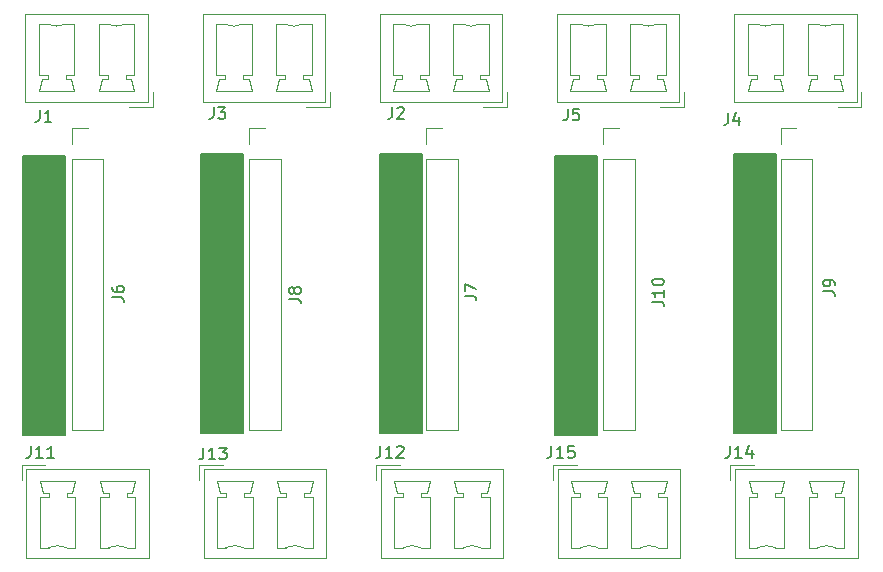
<source format=gbr>
%TF.GenerationSoftware,KiCad,Pcbnew,(6.0.6)*%
%TF.CreationDate,2022-07-16T01:52:01+05:30*%
%TF.ProjectId,berg-wire-jumper-extender,62657267-2d77-4697-9265-2d6a756d7065,rev?*%
%TF.SameCoordinates,Original*%
%TF.FileFunction,Legend,Top*%
%TF.FilePolarity,Positive*%
%FSLAX46Y46*%
G04 Gerber Fmt 4.6, Leading zero omitted, Abs format (unit mm)*
G04 Created by KiCad (PCBNEW (6.0.6)) date 2022-07-16 01:52:01*
%MOMM*%
%LPD*%
G01*
G04 APERTURE LIST*
%ADD10C,0.150000*%
%ADD11C,0.120000*%
G04 APERTURE END LIST*
D10*
X127254000Y-68834000D02*
X130810000Y-68834000D01*
X130810000Y-68834000D02*
X130810000Y-92456000D01*
X130810000Y-92456000D02*
X127254000Y-92456000D01*
X127254000Y-92456000D02*
X127254000Y-68834000D01*
G36*
X127254000Y-68834000D02*
G01*
X130810000Y-68834000D01*
X130810000Y-92456000D01*
X127254000Y-92456000D01*
X127254000Y-68834000D01*
G37*
X112141000Y-68834000D02*
X115697000Y-68834000D01*
X115697000Y-68834000D02*
X115697000Y-92456000D01*
X115697000Y-92456000D02*
X112141000Y-92456000D01*
X112141000Y-92456000D02*
X112141000Y-68834000D01*
G36*
X112141000Y-68834000D02*
G01*
X115697000Y-68834000D01*
X115697000Y-92456000D01*
X112141000Y-92456000D01*
X112141000Y-68834000D01*
G37*
X142113000Y-68961000D02*
X145669000Y-68961000D01*
X145669000Y-68961000D02*
X145669000Y-92583000D01*
X145669000Y-92583000D02*
X142113000Y-92583000D01*
X142113000Y-92583000D02*
X142113000Y-68961000D01*
G36*
X142113000Y-68961000D02*
G01*
X145669000Y-68961000D01*
X145669000Y-92583000D01*
X142113000Y-92583000D01*
X142113000Y-68961000D01*
G37*
X157226000Y-68834000D02*
X160782000Y-68834000D01*
X160782000Y-68834000D02*
X160782000Y-92456000D01*
X160782000Y-92456000D02*
X157226000Y-92456000D01*
X157226000Y-92456000D02*
X157226000Y-68834000D01*
G36*
X157226000Y-68834000D02*
G01*
X160782000Y-68834000D01*
X160782000Y-92456000D01*
X157226000Y-92456000D01*
X157226000Y-68834000D01*
G37*
X97028000Y-68961000D02*
X100584000Y-68961000D01*
X100584000Y-68961000D02*
X100584000Y-92583000D01*
X100584000Y-92583000D02*
X97028000Y-92583000D01*
X97028000Y-92583000D02*
X97028000Y-68961000D01*
G36*
X97028000Y-68961000D02*
G01*
X100584000Y-68961000D01*
X100584000Y-92583000D01*
X97028000Y-92583000D01*
X97028000Y-68961000D01*
G37*
%TO.C,J14*%
X156924476Y-93559380D02*
X156924476Y-94273666D01*
X156876857Y-94416523D01*
X156781619Y-94511761D01*
X156638761Y-94559380D01*
X156543523Y-94559380D01*
X157924476Y-94559380D02*
X157353047Y-94559380D01*
X157638761Y-94559380D02*
X157638761Y-93559380D01*
X157543523Y-93702238D01*
X157448285Y-93797476D01*
X157353047Y-93845095D01*
X158781619Y-93892714D02*
X158781619Y-94559380D01*
X158543523Y-93511761D02*
X158305428Y-94226047D01*
X158924476Y-94226047D01*
%TO.C,J10*%
X150328380Y-81327523D02*
X151042666Y-81327523D01*
X151185523Y-81375142D01*
X151280761Y-81470380D01*
X151328380Y-81613238D01*
X151328380Y-81708476D01*
X151328380Y-80327523D02*
X151328380Y-80898952D01*
X151328380Y-80613238D02*
X150328380Y-80613238D01*
X150471238Y-80708476D01*
X150566476Y-80803714D01*
X150614095Y-80898952D01*
X150328380Y-79708476D02*
X150328380Y-79613238D01*
X150376000Y-79518000D01*
X150423619Y-79470380D01*
X150518857Y-79422761D01*
X150709333Y-79375142D01*
X150947428Y-79375142D01*
X151137904Y-79422761D01*
X151233142Y-79470380D01*
X151280761Y-79518000D01*
X151328380Y-79613238D01*
X151328380Y-79708476D01*
X151280761Y-79803714D01*
X151233142Y-79851333D01*
X151137904Y-79898952D01*
X150947428Y-79946571D01*
X150709333Y-79946571D01*
X150518857Y-79898952D01*
X150423619Y-79851333D01*
X150376000Y-79803714D01*
X150328380Y-79708476D01*
%TO.C,J7*%
X134453380Y-80851333D02*
X135167666Y-80851333D01*
X135310523Y-80898952D01*
X135405761Y-80994190D01*
X135453380Y-81137047D01*
X135453380Y-81232285D01*
X134453380Y-80470380D02*
X134453380Y-79803714D01*
X135453380Y-80232285D01*
%TO.C,J8*%
X119594380Y-81105333D02*
X120308666Y-81105333D01*
X120451523Y-81152952D01*
X120546761Y-81248190D01*
X120594380Y-81391047D01*
X120594380Y-81486285D01*
X120022952Y-80486285D02*
X119975333Y-80581523D01*
X119927714Y-80629142D01*
X119832476Y-80676761D01*
X119784857Y-80676761D01*
X119689619Y-80629142D01*
X119642000Y-80581523D01*
X119594380Y-80486285D01*
X119594380Y-80295809D01*
X119642000Y-80200571D01*
X119689619Y-80152952D01*
X119784857Y-80105333D01*
X119832476Y-80105333D01*
X119927714Y-80152952D01*
X119975333Y-80200571D01*
X120022952Y-80295809D01*
X120022952Y-80486285D01*
X120070571Y-80581523D01*
X120118190Y-80629142D01*
X120213428Y-80676761D01*
X120403904Y-80676761D01*
X120499142Y-80629142D01*
X120546761Y-80581523D01*
X120594380Y-80486285D01*
X120594380Y-80295809D01*
X120546761Y-80200571D01*
X120499142Y-80152952D01*
X120403904Y-80105333D01*
X120213428Y-80105333D01*
X120118190Y-80152952D01*
X120070571Y-80200571D01*
X120022952Y-80295809D01*
%TO.C,J1*%
X98472666Y-65111380D02*
X98472666Y-65825666D01*
X98425047Y-65968523D01*
X98329809Y-66063761D01*
X98186952Y-66111380D01*
X98091714Y-66111380D01*
X99472666Y-66111380D02*
X98901238Y-66111380D01*
X99186952Y-66111380D02*
X99186952Y-65111380D01*
X99091714Y-65254238D01*
X98996476Y-65349476D01*
X98901238Y-65397095D01*
%TO.C,J13*%
X112347476Y-93686380D02*
X112347476Y-94400666D01*
X112299857Y-94543523D01*
X112204619Y-94638761D01*
X112061761Y-94686380D01*
X111966523Y-94686380D01*
X113347476Y-94686380D02*
X112776047Y-94686380D01*
X113061761Y-94686380D02*
X113061761Y-93686380D01*
X112966523Y-93829238D01*
X112871285Y-93924476D01*
X112776047Y-93972095D01*
X113680809Y-93686380D02*
X114299857Y-93686380D01*
X113966523Y-94067333D01*
X114109380Y-94067333D01*
X114204619Y-94114952D01*
X114252238Y-94162571D01*
X114299857Y-94257809D01*
X114299857Y-94495904D01*
X114252238Y-94591142D01*
X114204619Y-94638761D01*
X114109380Y-94686380D01*
X113823666Y-94686380D01*
X113728428Y-94638761D01*
X113680809Y-94591142D01*
%TO.C,J11*%
X97742476Y-93559380D02*
X97742476Y-94273666D01*
X97694857Y-94416523D01*
X97599619Y-94511761D01*
X97456761Y-94559380D01*
X97361523Y-94559380D01*
X98742476Y-94559380D02*
X98171047Y-94559380D01*
X98456761Y-94559380D02*
X98456761Y-93559380D01*
X98361523Y-93702238D01*
X98266285Y-93797476D01*
X98171047Y-93845095D01*
X99694857Y-94559380D02*
X99123428Y-94559380D01*
X99409142Y-94559380D02*
X99409142Y-93559380D01*
X99313904Y-93702238D01*
X99218666Y-93797476D01*
X99123428Y-93845095D01*
%TO.C,J9*%
X164806380Y-80470333D02*
X165520666Y-80470333D01*
X165663523Y-80517952D01*
X165758761Y-80613190D01*
X165806380Y-80756047D01*
X165806380Y-80851285D01*
X165806380Y-79946523D02*
X165806380Y-79756047D01*
X165758761Y-79660809D01*
X165711142Y-79613190D01*
X165568285Y-79517952D01*
X165377809Y-79470333D01*
X164996857Y-79470333D01*
X164901619Y-79517952D01*
X164854000Y-79565571D01*
X164806380Y-79660809D01*
X164806380Y-79851285D01*
X164854000Y-79946523D01*
X164901619Y-79994142D01*
X164996857Y-80041761D01*
X165234952Y-80041761D01*
X165330190Y-79994142D01*
X165377809Y-79946523D01*
X165425428Y-79851285D01*
X165425428Y-79660809D01*
X165377809Y-79565571D01*
X165330190Y-79517952D01*
X165234952Y-79470333D01*
%TO.C,*%
%TO.C,J3*%
X113204666Y-64857380D02*
X113204666Y-65571666D01*
X113157047Y-65714523D01*
X113061809Y-65809761D01*
X112918952Y-65857380D01*
X112823714Y-65857380D01*
X113585619Y-64857380D02*
X114204666Y-64857380D01*
X113871333Y-65238333D01*
X114014190Y-65238333D01*
X114109428Y-65285952D01*
X114157047Y-65333571D01*
X114204666Y-65428809D01*
X114204666Y-65666904D01*
X114157047Y-65762142D01*
X114109428Y-65809761D01*
X114014190Y-65857380D01*
X113728476Y-65857380D01*
X113633238Y-65809761D01*
X113585619Y-65762142D01*
%TO.C,J5*%
X143176666Y-64984380D02*
X143176666Y-65698666D01*
X143129047Y-65841523D01*
X143033809Y-65936761D01*
X142890952Y-65984380D01*
X142795714Y-65984380D01*
X144129047Y-64984380D02*
X143652857Y-64984380D01*
X143605238Y-65460571D01*
X143652857Y-65412952D01*
X143748095Y-65365333D01*
X143986190Y-65365333D01*
X144081428Y-65412952D01*
X144129047Y-65460571D01*
X144176666Y-65555809D01*
X144176666Y-65793904D01*
X144129047Y-65889142D01*
X144081428Y-65936761D01*
X143986190Y-65984380D01*
X143748095Y-65984380D01*
X143652857Y-65936761D01*
X143605238Y-65889142D01*
%TO.C,J2*%
X128317666Y-64857380D02*
X128317666Y-65571666D01*
X128270047Y-65714523D01*
X128174809Y-65809761D01*
X128031952Y-65857380D01*
X127936714Y-65857380D01*
X128746238Y-64952619D02*
X128793857Y-64905000D01*
X128889095Y-64857380D01*
X129127190Y-64857380D01*
X129222428Y-64905000D01*
X129270047Y-64952619D01*
X129317666Y-65047857D01*
X129317666Y-65143095D01*
X129270047Y-65285952D01*
X128698619Y-65857380D01*
X129317666Y-65857380D01*
%TO.C,*%
%TO.C,J4*%
X156765666Y-65365380D02*
X156765666Y-66079666D01*
X156718047Y-66222523D01*
X156622809Y-66317761D01*
X156479952Y-66365380D01*
X156384714Y-66365380D01*
X157670428Y-65698714D02*
X157670428Y-66365380D01*
X157432333Y-65317761D02*
X157194238Y-66032047D01*
X157813285Y-66032047D01*
%TO.C,J15*%
X141811476Y-93559380D02*
X141811476Y-94273666D01*
X141763857Y-94416523D01*
X141668619Y-94511761D01*
X141525761Y-94559380D01*
X141430523Y-94559380D01*
X142811476Y-94559380D02*
X142240047Y-94559380D01*
X142525761Y-94559380D02*
X142525761Y-93559380D01*
X142430523Y-93702238D01*
X142335285Y-93797476D01*
X142240047Y-93845095D01*
X143716238Y-93559380D02*
X143240047Y-93559380D01*
X143192428Y-94035571D01*
X143240047Y-93987952D01*
X143335285Y-93940333D01*
X143573380Y-93940333D01*
X143668619Y-93987952D01*
X143716238Y-94035571D01*
X143763857Y-94130809D01*
X143763857Y-94368904D01*
X143716238Y-94464142D01*
X143668619Y-94511761D01*
X143573380Y-94559380D01*
X143335285Y-94559380D01*
X143240047Y-94511761D01*
X143192428Y-94464142D01*
%TO.C,J6*%
X104608380Y-80978333D02*
X105322666Y-80978333D01*
X105465523Y-81025952D01*
X105560761Y-81121190D01*
X105608380Y-81264047D01*
X105608380Y-81359285D01*
X104608380Y-80073571D02*
X104608380Y-80264047D01*
X104656000Y-80359285D01*
X104703619Y-80406904D01*
X104846476Y-80502142D01*
X105036952Y-80549761D01*
X105417904Y-80549761D01*
X105513142Y-80502142D01*
X105560761Y-80454523D01*
X105608380Y-80359285D01*
X105608380Y-80168809D01*
X105560761Y-80073571D01*
X105513142Y-80025952D01*
X105417904Y-79978333D01*
X105179809Y-79978333D01*
X105084571Y-80025952D01*
X105036952Y-80073571D01*
X104989333Y-80168809D01*
X104989333Y-80359285D01*
X105036952Y-80454523D01*
X105084571Y-80502142D01*
X105179809Y-80549761D01*
%TO.C,J12*%
X127333476Y-93559380D02*
X127333476Y-94273666D01*
X127285857Y-94416523D01*
X127190619Y-94511761D01*
X127047761Y-94559380D01*
X126952523Y-94559380D01*
X128333476Y-94559380D02*
X127762047Y-94559380D01*
X128047761Y-94559380D02*
X128047761Y-93559380D01*
X127952523Y-93702238D01*
X127857285Y-93797476D01*
X127762047Y-93845095D01*
X128714428Y-93654619D02*
X128762047Y-93607000D01*
X128857285Y-93559380D01*
X129095380Y-93559380D01*
X129190619Y-93607000D01*
X129238238Y-93654619D01*
X129285857Y-93749857D01*
X129285857Y-93845095D01*
X129238238Y-93987952D01*
X128666809Y-94559380D01*
X129285857Y-94559380D01*
D11*
%TO.C,J14*%
X164330000Y-97500000D02*
X163830000Y-97500000D01*
X161250000Y-97500000D02*
X160750000Y-97500000D01*
X163580000Y-97850000D02*
X164330000Y-97850000D01*
X164330000Y-102150000D02*
X163580000Y-102150000D01*
X158500000Y-102150000D02*
X158500000Y-97850000D01*
X160750000Y-97500000D02*
X160750000Y-97850000D01*
X166330000Y-97500000D02*
X165830000Y-97500000D01*
X156960000Y-96400000D02*
X156960000Y-95150000D01*
X159250000Y-97500000D02*
X158750000Y-97500000D01*
X163580000Y-102150000D02*
X163580000Y-97850000D01*
X159250000Y-97850000D02*
X159250000Y-97500000D01*
X156960000Y-95150000D02*
X158960000Y-95150000D01*
X161500000Y-96500000D02*
X161250000Y-97500000D01*
X161500000Y-97850000D02*
X161500000Y-102150000D01*
X161500000Y-102150000D02*
X160750000Y-102150000D01*
X157350000Y-103010000D02*
X167730000Y-103010000D01*
X163580000Y-96500000D02*
X166580000Y-96500000D01*
X166580000Y-97850000D02*
X166580000Y-102150000D01*
X160750000Y-97850000D02*
X161500000Y-97850000D01*
X165830000Y-97850000D02*
X166580000Y-97850000D01*
X167730000Y-95540000D02*
X157350000Y-95540000D01*
X167730000Y-103010000D02*
X167730000Y-95540000D01*
X158500000Y-96500000D02*
X161500000Y-96500000D01*
X165830000Y-97500000D02*
X165830000Y-97850000D01*
X158750000Y-97500000D02*
X158500000Y-96500000D01*
X158500000Y-97850000D02*
X159250000Y-97850000D01*
X166580000Y-96500000D02*
X166330000Y-97500000D01*
X159250000Y-102150000D02*
X158500000Y-102150000D01*
X163830000Y-97500000D02*
X163580000Y-96500000D01*
X157350000Y-95540000D02*
X157350000Y-103010000D01*
X164330000Y-97850000D02*
X164330000Y-97500000D01*
X166580000Y-102150000D02*
X165830000Y-102150000D01*
X165829647Y-102149845D02*
G75*
G03*
X164330000Y-102150000I-749647J-1700155D01*
G01*
X160749647Y-102149845D02*
G75*
G03*
X159250000Y-102150000I-749647J-1700155D01*
G01*
%TO.C,J10*%
X146210000Y-69270000D02*
X148870000Y-69270000D01*
X146210000Y-69270000D02*
X146210000Y-92190000D01*
X146210000Y-68000000D02*
X146210000Y-66670000D01*
X148870000Y-69270000D02*
X148870000Y-92190000D01*
X146210000Y-92190000D02*
X148870000Y-92190000D01*
X146210000Y-66670000D02*
X147540000Y-66670000D01*
%TO.C,J7*%
X131210000Y-66670000D02*
X132540000Y-66670000D01*
X131210000Y-69270000D02*
X131210000Y-92190000D01*
X133870000Y-69270000D02*
X133870000Y-92190000D01*
X131210000Y-69270000D02*
X133870000Y-69270000D01*
X131210000Y-92190000D02*
X133870000Y-92190000D01*
X131210000Y-68000000D02*
X131210000Y-66670000D01*
%TO.C,J8*%
X118870000Y-69270000D02*
X118870000Y-92190000D01*
X116210000Y-69270000D02*
X116210000Y-92190000D01*
X116210000Y-68000000D02*
X116210000Y-66670000D01*
X116210000Y-69270000D02*
X118870000Y-69270000D01*
X116210000Y-92190000D02*
X118870000Y-92190000D01*
X116210000Y-66670000D02*
X117540000Y-66670000D01*
%TO.C,J1*%
X105750000Y-57850000D02*
X106500000Y-57850000D01*
X100670000Y-57850000D02*
X101420000Y-57850000D01*
X108040000Y-64850000D02*
X106040000Y-64850000D01*
X103500000Y-63500000D02*
X103750000Y-62500000D01*
X106250000Y-62500000D02*
X106500000Y-63500000D01*
X98420000Y-57850000D02*
X99170000Y-57850000D01*
X103500000Y-62150000D02*
X103500000Y-57850000D01*
X98420000Y-63500000D02*
X98670000Y-62500000D01*
X99170000Y-62500000D02*
X99170000Y-62150000D01*
X98670000Y-62500000D02*
X99170000Y-62500000D01*
X98420000Y-62150000D02*
X98420000Y-57850000D01*
X97270000Y-56990000D02*
X97270000Y-64460000D01*
X103500000Y-57850000D02*
X104250000Y-57850000D01*
X100670000Y-62150000D02*
X100670000Y-62500000D01*
X99170000Y-62150000D02*
X98420000Y-62150000D01*
X107650000Y-64460000D02*
X107650000Y-56990000D01*
X105750000Y-62500000D02*
X106250000Y-62500000D01*
X106500000Y-63500000D02*
X103500000Y-63500000D01*
X103750000Y-62500000D02*
X104250000Y-62500000D01*
X101170000Y-62500000D02*
X101420000Y-63500000D01*
X101420000Y-57850000D02*
X101420000Y-62150000D01*
X101420000Y-63500000D02*
X98420000Y-63500000D01*
X107650000Y-56990000D02*
X97270000Y-56990000D01*
X97270000Y-64460000D02*
X107650000Y-64460000D01*
X108040000Y-63600000D02*
X108040000Y-64850000D01*
X100670000Y-62500000D02*
X101170000Y-62500000D01*
X101420000Y-62150000D02*
X100670000Y-62150000D01*
X106500000Y-57850000D02*
X106500000Y-62150000D01*
X104250000Y-62150000D02*
X103500000Y-62150000D01*
X105750000Y-62150000D02*
X105750000Y-62500000D01*
X104250000Y-62500000D02*
X104250000Y-62150000D01*
X106500000Y-62150000D02*
X105750000Y-62150000D01*
X104250353Y-57850155D02*
G75*
G03*
X105750000Y-57850000I749647J1700155D01*
G01*
X99170353Y-57850155D02*
G75*
G03*
X100670000Y-57850000I749647J1700155D01*
G01*
%TO.C,J13*%
X111960000Y-96400000D02*
X111960000Y-95150000D01*
X120830000Y-97500000D02*
X120830000Y-97850000D01*
X113500000Y-97850000D02*
X114250000Y-97850000D01*
X116500000Y-102150000D02*
X115750000Y-102150000D01*
X112350000Y-103010000D02*
X122730000Y-103010000D01*
X121580000Y-96500000D02*
X121330000Y-97500000D01*
X111960000Y-95150000D02*
X113960000Y-95150000D01*
X119330000Y-97850000D02*
X119330000Y-97500000D01*
X114250000Y-97500000D02*
X113750000Y-97500000D01*
X118580000Y-97850000D02*
X119330000Y-97850000D01*
X122730000Y-95540000D02*
X112350000Y-95540000D01*
X116500000Y-97850000D02*
X116500000Y-102150000D01*
X115750000Y-97500000D02*
X115750000Y-97850000D01*
X121580000Y-102150000D02*
X120830000Y-102150000D01*
X119330000Y-97500000D02*
X118830000Y-97500000D01*
X114250000Y-102150000D02*
X113500000Y-102150000D01*
X114250000Y-97850000D02*
X114250000Y-97500000D01*
X116500000Y-96500000D02*
X116250000Y-97500000D01*
X120830000Y-97850000D02*
X121580000Y-97850000D01*
X118580000Y-102150000D02*
X118580000Y-97850000D01*
X112350000Y-95540000D02*
X112350000Y-103010000D01*
X121330000Y-97500000D02*
X120830000Y-97500000D01*
X118580000Y-96500000D02*
X121580000Y-96500000D01*
X119330000Y-102150000D02*
X118580000Y-102150000D01*
X118830000Y-97500000D02*
X118580000Y-96500000D01*
X113500000Y-96500000D02*
X116500000Y-96500000D01*
X113500000Y-102150000D02*
X113500000Y-97850000D01*
X113750000Y-97500000D02*
X113500000Y-96500000D01*
X121580000Y-97850000D02*
X121580000Y-102150000D01*
X115750000Y-97850000D02*
X116500000Y-97850000D01*
X122730000Y-103010000D02*
X122730000Y-95540000D01*
X116250000Y-97500000D02*
X115750000Y-97500000D01*
X115749647Y-102149845D02*
G75*
G03*
X114250000Y-102150000I-749647J-1700155D01*
G01*
X120829647Y-102149845D02*
G75*
G03*
X119330000Y-102150000I-749647J-1700155D01*
G01*
%TO.C,J11*%
X100750000Y-97850000D02*
X101500000Y-97850000D01*
X98750000Y-97500000D02*
X98500000Y-96500000D01*
X105830000Y-97850000D02*
X106580000Y-97850000D01*
X106580000Y-96500000D02*
X106330000Y-97500000D01*
X97350000Y-95540000D02*
X97350000Y-103010000D01*
X99250000Y-102150000D02*
X98500000Y-102150000D01*
X96960000Y-96400000D02*
X96960000Y-95150000D01*
X103580000Y-97850000D02*
X104330000Y-97850000D01*
X100750000Y-97500000D02*
X100750000Y-97850000D01*
X99250000Y-97500000D02*
X98750000Y-97500000D01*
X101500000Y-97850000D02*
X101500000Y-102150000D01*
X98500000Y-102150000D02*
X98500000Y-97850000D01*
X104330000Y-97850000D02*
X104330000Y-97500000D01*
X96960000Y-95150000D02*
X98960000Y-95150000D01*
X104330000Y-97500000D02*
X103830000Y-97500000D01*
X104330000Y-102150000D02*
X103580000Y-102150000D01*
X97350000Y-103010000D02*
X107730000Y-103010000D01*
X98500000Y-97850000D02*
X99250000Y-97850000D01*
X101500000Y-96500000D02*
X101250000Y-97500000D01*
X106580000Y-97850000D02*
X106580000Y-102150000D01*
X103580000Y-102150000D02*
X103580000Y-97850000D01*
X106580000Y-102150000D02*
X105830000Y-102150000D01*
X106330000Y-97500000D02*
X105830000Y-97500000D01*
X103830000Y-97500000D02*
X103580000Y-96500000D01*
X107730000Y-103010000D02*
X107730000Y-95540000D01*
X105830000Y-97500000D02*
X105830000Y-97850000D01*
X101250000Y-97500000D02*
X100750000Y-97500000D01*
X103580000Y-96500000D02*
X106580000Y-96500000D01*
X99250000Y-97850000D02*
X99250000Y-97500000D01*
X107730000Y-95540000D02*
X97350000Y-95540000D01*
X98500000Y-96500000D02*
X101500000Y-96500000D01*
X101500000Y-102150000D02*
X100750000Y-102150000D01*
X100749647Y-102149845D02*
G75*
G03*
X99250000Y-102150000I-749647J-1700155D01*
G01*
X105829647Y-102149845D02*
G75*
G03*
X104330000Y-102150000I-749647J-1700155D01*
G01*
%TO.C,J9*%
X161210000Y-92190000D02*
X163870000Y-92190000D01*
X161210000Y-69270000D02*
X161210000Y-92190000D01*
X161210000Y-66670000D02*
X162540000Y-66670000D01*
X161210000Y-68000000D02*
X161210000Y-66670000D01*
X163870000Y-69270000D02*
X163870000Y-92190000D01*
X161210000Y-69270000D02*
X163870000Y-69270000D01*
%TO.C,J3*%
X121500000Y-62150000D02*
X120750000Y-62150000D01*
X114170000Y-62150000D02*
X113420000Y-62150000D01*
X120750000Y-57850000D02*
X121500000Y-57850000D01*
X113670000Y-62500000D02*
X114170000Y-62500000D01*
X123040000Y-64850000D02*
X121040000Y-64850000D01*
X116420000Y-57850000D02*
X116420000Y-62150000D01*
X118750000Y-62500000D02*
X119250000Y-62500000D01*
X113420000Y-57850000D02*
X114170000Y-57850000D01*
X118500000Y-63500000D02*
X118750000Y-62500000D01*
X113420000Y-63500000D02*
X113670000Y-62500000D01*
X119250000Y-62500000D02*
X119250000Y-62150000D01*
X122650000Y-56990000D02*
X112270000Y-56990000D01*
X115670000Y-62500000D02*
X116170000Y-62500000D01*
X119250000Y-62150000D02*
X118500000Y-62150000D01*
X121500000Y-57850000D02*
X121500000Y-62150000D01*
X118500000Y-57850000D02*
X119250000Y-57850000D01*
X120750000Y-62500000D02*
X121250000Y-62500000D01*
X118500000Y-62150000D02*
X118500000Y-57850000D01*
X121250000Y-62500000D02*
X121500000Y-63500000D01*
X116420000Y-62150000D02*
X115670000Y-62150000D01*
X113420000Y-62150000D02*
X113420000Y-57850000D01*
X114170000Y-62500000D02*
X114170000Y-62150000D01*
X115670000Y-57850000D02*
X116420000Y-57850000D01*
X123040000Y-63600000D02*
X123040000Y-64850000D01*
X121500000Y-63500000D02*
X118500000Y-63500000D01*
X116420000Y-63500000D02*
X113420000Y-63500000D01*
X120750000Y-62150000D02*
X120750000Y-62500000D01*
X112270000Y-64460000D02*
X122650000Y-64460000D01*
X115670000Y-62150000D02*
X115670000Y-62500000D01*
X116170000Y-62500000D02*
X116420000Y-63500000D01*
X112270000Y-56990000D02*
X112270000Y-64460000D01*
X122650000Y-64460000D02*
X122650000Y-56990000D01*
X119250353Y-57850155D02*
G75*
G03*
X120750000Y-57850000I749647J1700155D01*
G01*
X114170353Y-57850155D02*
G75*
G03*
X115670000Y-57850000I749647J1700155D01*
G01*
%TO.C,J5*%
X142270000Y-64460000D02*
X152650000Y-64460000D01*
X146420000Y-63500000D02*
X143420000Y-63500000D01*
X143670000Y-62500000D02*
X144170000Y-62500000D01*
X152650000Y-56990000D02*
X142270000Y-56990000D01*
X149250000Y-62150000D02*
X148500000Y-62150000D01*
X144170000Y-62500000D02*
X144170000Y-62150000D01*
X146420000Y-57850000D02*
X146420000Y-62150000D01*
X152650000Y-64460000D02*
X152650000Y-56990000D01*
X148500000Y-57850000D02*
X149250000Y-57850000D01*
X153040000Y-64850000D02*
X151040000Y-64850000D01*
X145670000Y-57850000D02*
X146420000Y-57850000D01*
X149250000Y-62500000D02*
X149250000Y-62150000D01*
X146170000Y-62500000D02*
X146420000Y-63500000D01*
X143420000Y-57850000D02*
X144170000Y-57850000D01*
X153040000Y-63600000D02*
X153040000Y-64850000D01*
X142270000Y-56990000D02*
X142270000Y-64460000D01*
X151500000Y-63500000D02*
X148500000Y-63500000D01*
X151500000Y-57850000D02*
X151500000Y-62150000D01*
X150750000Y-57850000D02*
X151500000Y-57850000D01*
X145670000Y-62500000D02*
X146170000Y-62500000D01*
X150750000Y-62500000D02*
X151250000Y-62500000D01*
X145670000Y-62150000D02*
X145670000Y-62500000D01*
X148500000Y-62150000D02*
X148500000Y-57850000D01*
X151250000Y-62500000D02*
X151500000Y-63500000D01*
X148750000Y-62500000D02*
X149250000Y-62500000D01*
X143420000Y-63500000D02*
X143670000Y-62500000D01*
X146420000Y-62150000D02*
X145670000Y-62150000D01*
X144170000Y-62150000D02*
X143420000Y-62150000D01*
X150750000Y-62150000D02*
X150750000Y-62500000D01*
X151500000Y-62150000D02*
X150750000Y-62150000D01*
X143420000Y-62150000D02*
X143420000Y-57850000D01*
X148500000Y-63500000D02*
X148750000Y-62500000D01*
X144170353Y-57850155D02*
G75*
G03*
X145670000Y-57850000I749647J1700155D01*
G01*
X149250353Y-57850155D02*
G75*
G03*
X150750000Y-57850000I749647J1700155D01*
G01*
%TO.C,J2*%
X136500000Y-63500000D02*
X133500000Y-63500000D01*
X133750000Y-62500000D02*
X134250000Y-62500000D01*
X137650000Y-56990000D02*
X127270000Y-56990000D01*
X131170000Y-62500000D02*
X131420000Y-63500000D01*
X134250000Y-62150000D02*
X133500000Y-62150000D01*
X129170000Y-62150000D02*
X128420000Y-62150000D01*
X138040000Y-63600000D02*
X138040000Y-64850000D01*
X135750000Y-62150000D02*
X135750000Y-62500000D01*
X138040000Y-64850000D02*
X136040000Y-64850000D01*
X128420000Y-62150000D02*
X128420000Y-57850000D01*
X128420000Y-57850000D02*
X129170000Y-57850000D01*
X133500000Y-62150000D02*
X133500000Y-57850000D01*
X131420000Y-63500000D02*
X128420000Y-63500000D01*
X130670000Y-57850000D02*
X131420000Y-57850000D01*
X127270000Y-56990000D02*
X127270000Y-64460000D01*
X137650000Y-64460000D02*
X137650000Y-56990000D01*
X128670000Y-62500000D02*
X129170000Y-62500000D01*
X130670000Y-62500000D02*
X131170000Y-62500000D01*
X129170000Y-62500000D02*
X129170000Y-62150000D01*
X136500000Y-57850000D02*
X136500000Y-62150000D01*
X135750000Y-62500000D02*
X136250000Y-62500000D01*
X136500000Y-62150000D02*
X135750000Y-62150000D01*
X131420000Y-62150000D02*
X130670000Y-62150000D01*
X127270000Y-64460000D02*
X137650000Y-64460000D01*
X130670000Y-62150000D02*
X130670000Y-62500000D01*
X133500000Y-63500000D02*
X133750000Y-62500000D01*
X131420000Y-57850000D02*
X131420000Y-62150000D01*
X128420000Y-63500000D02*
X128670000Y-62500000D01*
X133500000Y-57850000D02*
X134250000Y-57850000D01*
X135750000Y-57850000D02*
X136500000Y-57850000D01*
X134250000Y-62500000D02*
X134250000Y-62150000D01*
X136250000Y-62500000D02*
X136500000Y-63500000D01*
X129170353Y-57850155D02*
G75*
G03*
X130670000Y-57850000I749647J1700155D01*
G01*
X134250353Y-57850155D02*
G75*
G03*
X135750000Y-57850000I749647J1700155D01*
G01*
%TO.C,J4*%
X160670000Y-62150000D02*
X160670000Y-62500000D01*
X158670000Y-62500000D02*
X159170000Y-62500000D01*
X167650000Y-64460000D02*
X167650000Y-56990000D01*
X167650000Y-56990000D02*
X157270000Y-56990000D01*
X158420000Y-57850000D02*
X159170000Y-57850000D01*
X159170000Y-62500000D02*
X159170000Y-62150000D01*
X163750000Y-62500000D02*
X164250000Y-62500000D01*
X163500000Y-63500000D02*
X163750000Y-62500000D01*
X157270000Y-56990000D02*
X157270000Y-64460000D01*
X164250000Y-62500000D02*
X164250000Y-62150000D01*
X166500000Y-62150000D02*
X165750000Y-62150000D01*
X159170000Y-62150000D02*
X158420000Y-62150000D01*
X165750000Y-57850000D02*
X166500000Y-57850000D01*
X160670000Y-57850000D02*
X161420000Y-57850000D01*
X166500000Y-57850000D02*
X166500000Y-62150000D01*
X168040000Y-64850000D02*
X166040000Y-64850000D01*
X165750000Y-62150000D02*
X165750000Y-62500000D01*
X168040000Y-63600000D02*
X168040000Y-64850000D01*
X161420000Y-62150000D02*
X160670000Y-62150000D01*
X165750000Y-62500000D02*
X166250000Y-62500000D01*
X158420000Y-62150000D02*
X158420000Y-57850000D01*
X166250000Y-62500000D02*
X166500000Y-63500000D01*
X157270000Y-64460000D02*
X167650000Y-64460000D01*
X161420000Y-63500000D02*
X158420000Y-63500000D01*
X163500000Y-62150000D02*
X163500000Y-57850000D01*
X158420000Y-63500000D02*
X158670000Y-62500000D01*
X166500000Y-63500000D02*
X163500000Y-63500000D01*
X163500000Y-57850000D02*
X164250000Y-57850000D01*
X164250000Y-62150000D02*
X163500000Y-62150000D01*
X161420000Y-57850000D02*
X161420000Y-62150000D01*
X161170000Y-62500000D02*
X161420000Y-63500000D01*
X160670000Y-62500000D02*
X161170000Y-62500000D01*
X159170353Y-57850155D02*
G75*
G03*
X160670000Y-57850000I749647J1700155D01*
G01*
X164250353Y-57850155D02*
G75*
G03*
X165750000Y-57850000I749647J1700155D01*
G01*
%TO.C,J15*%
X143500000Y-102150000D02*
X143500000Y-97850000D01*
X144250000Y-102150000D02*
X143500000Y-102150000D01*
X145750000Y-97500000D02*
X145750000Y-97850000D01*
X143500000Y-97850000D02*
X144250000Y-97850000D01*
X141960000Y-96400000D02*
X141960000Y-95150000D01*
X151580000Y-102150000D02*
X150830000Y-102150000D01*
X148580000Y-102150000D02*
X148580000Y-97850000D01*
X146250000Y-97500000D02*
X145750000Y-97500000D01*
X144250000Y-97850000D02*
X144250000Y-97500000D01*
X151580000Y-96500000D02*
X151330000Y-97500000D01*
X151580000Y-97850000D02*
X151580000Y-102150000D01*
X152730000Y-103010000D02*
X152730000Y-95540000D01*
X149330000Y-102150000D02*
X148580000Y-102150000D01*
X145750000Y-97850000D02*
X146500000Y-97850000D01*
X141960000Y-95150000D02*
X143960000Y-95150000D01*
X146500000Y-97850000D02*
X146500000Y-102150000D01*
X151330000Y-97500000D02*
X150830000Y-97500000D01*
X146500000Y-96500000D02*
X146250000Y-97500000D01*
X143750000Y-97500000D02*
X143500000Y-96500000D01*
X142350000Y-95540000D02*
X142350000Y-103010000D01*
X150830000Y-97500000D02*
X150830000Y-97850000D01*
X149330000Y-97850000D02*
X149330000Y-97500000D01*
X142350000Y-103010000D02*
X152730000Y-103010000D01*
X148580000Y-96500000D02*
X151580000Y-96500000D01*
X144250000Y-97500000D02*
X143750000Y-97500000D01*
X148830000Y-97500000D02*
X148580000Y-96500000D01*
X146500000Y-102150000D02*
X145750000Y-102150000D01*
X149330000Y-97500000D02*
X148830000Y-97500000D01*
X143500000Y-96500000D02*
X146500000Y-96500000D01*
X148580000Y-97850000D02*
X149330000Y-97850000D01*
X150830000Y-97850000D02*
X151580000Y-97850000D01*
X152730000Y-95540000D02*
X142350000Y-95540000D01*
X145749647Y-102149845D02*
G75*
G03*
X144250000Y-102150000I-749647J-1700155D01*
G01*
X150829647Y-102149845D02*
G75*
G03*
X149330000Y-102150000I-749647J-1700155D01*
G01*
%TO.C,J6*%
X101210000Y-92190000D02*
X103870000Y-92190000D01*
X101210000Y-66670000D02*
X102540000Y-66670000D01*
X101210000Y-69270000D02*
X101210000Y-92190000D01*
X101210000Y-68000000D02*
X101210000Y-66670000D01*
X101210000Y-69270000D02*
X103870000Y-69270000D01*
X103870000Y-69270000D02*
X103870000Y-92190000D01*
%TO.C,J12*%
X136580000Y-96500000D02*
X136330000Y-97500000D01*
X130750000Y-97850000D02*
X131500000Y-97850000D01*
X133580000Y-97850000D02*
X134330000Y-97850000D01*
X128500000Y-97850000D02*
X129250000Y-97850000D01*
X129250000Y-102150000D02*
X128500000Y-102150000D01*
X131500000Y-102150000D02*
X130750000Y-102150000D01*
X129250000Y-97500000D02*
X128750000Y-97500000D01*
X133580000Y-102150000D02*
X133580000Y-97850000D01*
X131500000Y-96500000D02*
X131250000Y-97500000D01*
X136580000Y-102150000D02*
X135830000Y-102150000D01*
X135830000Y-97850000D02*
X136580000Y-97850000D01*
X136330000Y-97500000D02*
X135830000Y-97500000D01*
X133830000Y-97500000D02*
X133580000Y-96500000D01*
X128750000Y-97500000D02*
X128500000Y-96500000D01*
X126960000Y-95150000D02*
X128960000Y-95150000D01*
X137730000Y-103010000D02*
X137730000Y-95540000D01*
X134330000Y-102150000D02*
X133580000Y-102150000D01*
X131500000Y-97850000D02*
X131500000Y-102150000D01*
X130750000Y-97500000D02*
X130750000Y-97850000D01*
X134330000Y-97500000D02*
X133830000Y-97500000D01*
X136580000Y-97850000D02*
X136580000Y-102150000D01*
X128500000Y-102150000D02*
X128500000Y-97850000D01*
X129250000Y-97850000D02*
X129250000Y-97500000D01*
X131250000Y-97500000D02*
X130750000Y-97500000D01*
X126960000Y-96400000D02*
X126960000Y-95150000D01*
X135830000Y-97500000D02*
X135830000Y-97850000D01*
X134330000Y-97850000D02*
X134330000Y-97500000D01*
X133580000Y-96500000D02*
X136580000Y-96500000D01*
X127350000Y-103010000D02*
X137730000Y-103010000D01*
X127350000Y-95540000D02*
X127350000Y-103010000D01*
X128500000Y-96500000D02*
X131500000Y-96500000D01*
X137730000Y-95540000D02*
X127350000Y-95540000D01*
X135829647Y-102149845D02*
G75*
G03*
X134330000Y-102150000I-749647J-1700155D01*
G01*
X130749647Y-102149845D02*
G75*
G03*
X129250000Y-102150000I-749647J-1700155D01*
G01*
%TD*%
M02*

</source>
